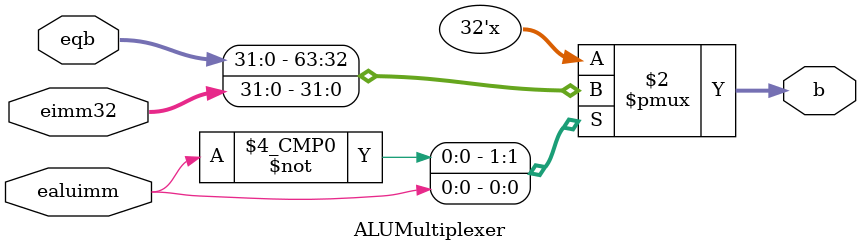
<source format=v>
`timescale 1ns / 1ps

module ALUMultiplexer(ealuimm, eqb, eimm32, b);
    input ealuimm;
    input[31:0] eqb;
    input[31:0] eimm32;
    output[31:0] b;
    reg[31:0] b;
    
    always @(*) begin
        case(ealuimm)
            1'b0:
                begin
                    b = eqb; 
                end
            1'b1:
                begin
                    b = eimm32;
                end
        endcase
     end
endmodule

</source>
